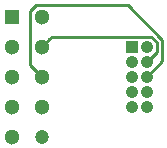
<source format=gbl>
G04 #@! TF.FileFunction,Copper,L2,Bot,Signal*
%FSLAX46Y46*%
G04 Gerber Fmt 4.6, Leading zero omitted, Abs format (unit mm)*
G04 Created by KiCad (PCBNEW 4.0.3-stable) date Thursday, December 22, 2016 'PMt' 07:44:13 PM*
%MOMM*%
%LPD*%
G01*
G04 APERTURE LIST*
%ADD10C,0.100000*%
%ADD11R,1.050000X1.050000*%
%ADD12C,1.050000*%
%ADD13R,1.300000X1.300000*%
%ADD14C,1.300000*%
%ADD15C,1.200000*%
%ADD16C,0.250000*%
G04 APERTURE END LIST*
D10*
D11*
X137160000Y-101600000D03*
D12*
X137160000Y-102870000D03*
X137160000Y-104140000D03*
X137160000Y-105410000D03*
X137160000Y-106680000D03*
X138430000Y-102870000D03*
X138430000Y-104140000D03*
X138430000Y-105410000D03*
X138430000Y-106680000D03*
X138430000Y-101600000D03*
D13*
X127000000Y-99060000D03*
D14*
X129540000Y-99060000D03*
X127000000Y-101600000D03*
X129540000Y-101600000D03*
X127000000Y-104140000D03*
X129540000Y-104140000D03*
X127000000Y-106680000D03*
X129540000Y-106680000D03*
X127000000Y-109220000D03*
D15*
X129540000Y-109220000D03*
D16*
X138430000Y-102870000D02*
X139280001Y-102019999D01*
X139280001Y-102019999D02*
X139280001Y-101191999D01*
X139280001Y-101191999D02*
X138838001Y-100749999D01*
X130189999Y-100950001D02*
X129540000Y-101600000D01*
X138838001Y-100749999D02*
X130390001Y-100749999D01*
X130390001Y-100749999D02*
X130189999Y-100950001D01*
X138430000Y-104140000D02*
X139730011Y-102839989D01*
X139730011Y-102839989D02*
X139730011Y-101005599D01*
X128890001Y-103490001D02*
X129540000Y-104140000D01*
X139730011Y-101005599D02*
X136809411Y-98084999D01*
X136809411Y-98084999D02*
X129071999Y-98084999D01*
X129071999Y-98084999D02*
X128564999Y-98591999D01*
X128564999Y-98591999D02*
X128564999Y-103164999D01*
X128564999Y-103164999D02*
X128890001Y-103490001D01*
M02*

</source>
